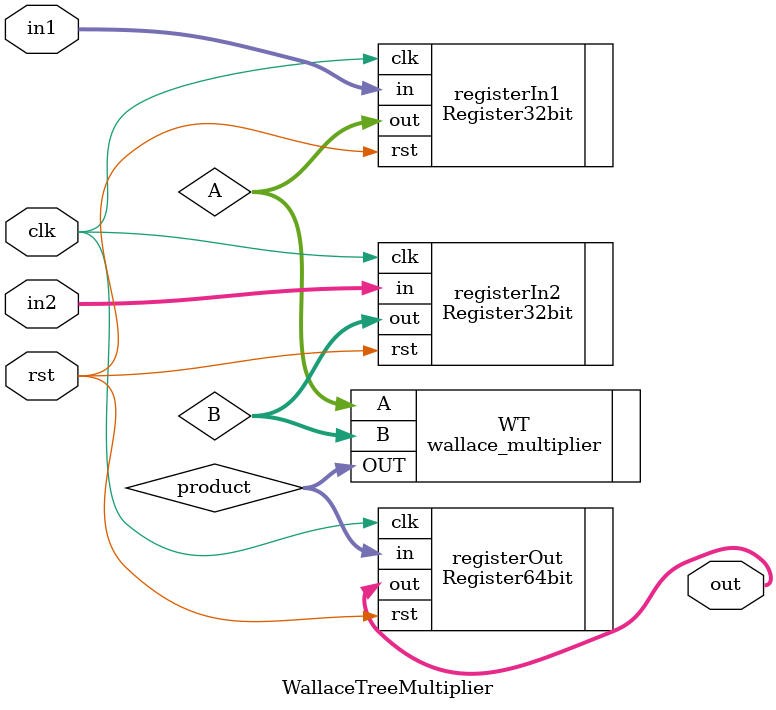
<source format=v>
module WallaceTreeMultiplier (
    input wire [31:0] in1,
    input wire [31:0] in2,
    input wire clk,
    input wire rst,
    output wire [63:0] out
);
  wire [31:0] A;
  wire [31:0] B;
  wire [63:0] product;
  reg sign;
  Register32bit registerIn1 (
      .clk(clk),
      .rst(rst),
      .in (in1),
      .out(A)
  );
  Register32bit registerIn2 (
      .clk(clk),
      .rst(rst),
      .in (in2),
      .out(B)
  );
  Register64bit registerOut (
      .clk(clk),
      .rst(rst),
      .in (product),
      .out(out)
  );
  wallace_multiplier WT (
      .A(A),
      .B(B),
      .OUT(product)
  );
endmodule
</source>
